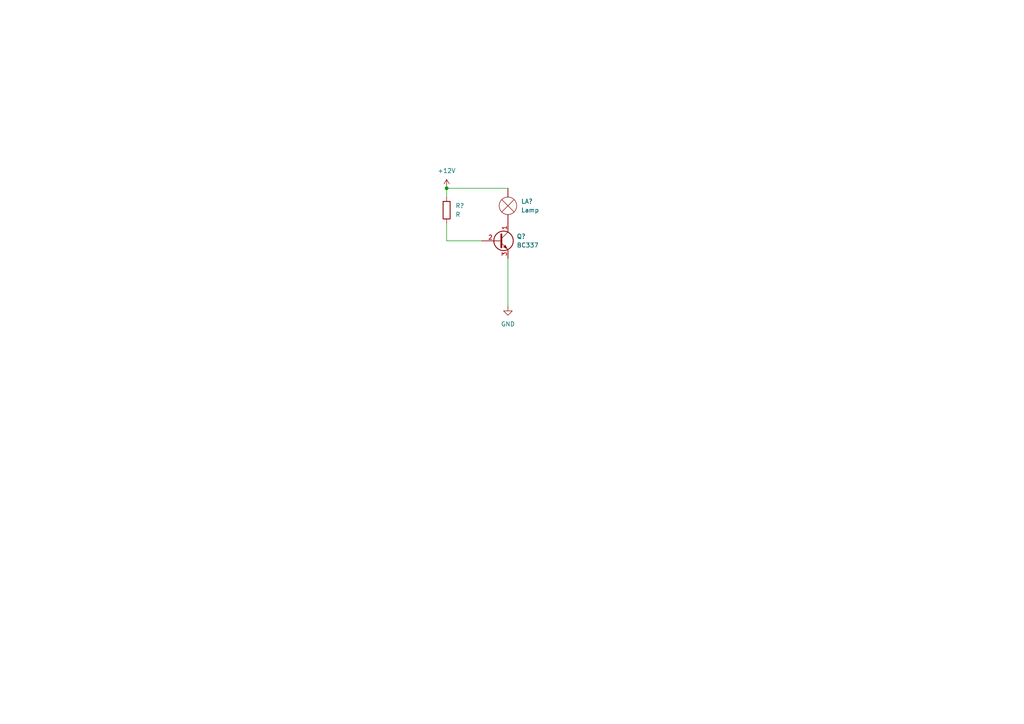
<source format=kicad_sch>
(kicad_sch (version 20231120) (generator "eeschema") (generator_version "8.0")
  (paper "A4")
  (lib_symbols
    (symbol "Device:Lamp" (pin_numbers hide) (pin_names (offset 0.0254) hide)
      (property "Reference" "LA" (at 0.635 3.81 0))
      (property "Value" "Lamp" (at 0.635 -3.81 0))
      (symbol "Lamp_0_1"
        (polyline (pts (xy -1.778 1.778) (xy 1.778 -1.778)))
        (polyline (pts (xy 1.778 1.778) (xy -1.778 -1.778)))
        (circle (center 0 0) (radius 2.54))
      )
      (symbol "Lamp_1_1"
        (pin passive line (at 0 -5.08 90) (length 2.54) (name "-") (number "1"))
        (pin passive line (at 0 5.08 270) (length 2.54) (name "+") (number "2"))
      )
    )
    (symbol "Device:R" (pin_numbers hide) (pin_names (offset 0))
      (property "Reference" "R" (at 2.032 0 90))
      (property "Value" "R" (at 0 0 90))
      (symbol "R_0_1"
        (rectangle (start -1.016 -2.54) (end 1.016 2.54) (stroke (width 0.254)))
      )
      (symbol "R_1_1"
        (pin passive line (at 0 3.81 270) (length 1.27) (name "~") (number "1"))
        (pin passive line (at 0 -3.81 90) (length 1.27) (name "~") (number "2"))
      )
    )
    (symbol "Transistor_BJT:BC337" (pin_names (offset 0) hide)
      (property "Reference" "Q" (at 5.08 1.905 0))
      (property "Value" "BC337" (at 5.08 0 0))
      (symbol "BC337_0_1"
        (polyline (pts (xy 0 0) (xy 0.635 0)))
        (polyline (pts (xy 0.635 0.635) (xy 2.54 2.54)))
        (polyline (pts (xy 0.635 -0.635) (xy 2.54 -2.54) (xy 2.54 -2.54)))
        (polyline (pts (xy 0.635 1.905) (xy 0.635 -1.905) (xy 0.635 -1.905)) (stroke (width 0.508)))
        (polyline (pts (xy 1.27 -1.778) (xy 1.778 -1.27) (xy 2.286 -2.286) (xy 1.27 -1.778) (xy 1.27 -1.778)) (fill (type outline)))
        (circle (center 1.27 0) (radius 2.8194) (stroke (width 0.254)))
      )
      (symbol "BC337_1_1"
        (pin passive line (at 2.54 5.08 270) (length 2.54) (name "C") (number "1"))
        (pin input line (at -5.08 0 0) (length 5.08) (name "B") (number "2"))
        (pin passive line (at 2.54 -5.08 90) (length 2.54) (name "E") (number "3"))
      )
    )
    (symbol "power:+12V" (power) (pin_numbers hide) (pin_names (offset 0) hide)
      (property "Value" "+12V" (at 0 3.556 0))
      (symbol "+12V_0_1"
        (polyline (pts (xy -0.762 1.27) (xy 0 2.54)))
        (polyline (pts (xy 0 0) (xy 0 2.54)))
        (polyline (pts (xy 0 2.54) (xy 0.762 1.27)))
      )
      (symbol "+12V_1_1"
        (pin power_in line (at 0 0 90) (length 0) (name "~") (number "1"))
      )
    )
    (symbol "power:GND" (power) (pin_numbers hide) (pin_names (offset 0) hide)
      (property "Value" "GND" (at 0 -3.81 0))
      (symbol "GND_0_1"
        (polyline (pts (xy 0 0) (xy 0 -1.27) (xy 1.27 -1.27) (xy 0 -2.54) (xy -1.27 -1.27) (xy 0 -1.27)))
      )
      (symbol "GND_1_1"
        (pin power_in line (at 0 0 270) (length 0) (name "~") (number "1"))
      )
    )
  )
  (junction (at 129.54 54.61))
  (wire (pts (xy 129.54 54.61) (xy 129.54 57.15)))
  (wire (pts (xy 129.54 64.77) (xy 129.54 69.85)))
  (wire (pts (xy 147.32 74.93) (xy 147.32 88.9)))
  (wire (pts (xy 129.54 54.61) (xy 147.32 54.61)))
  (wire (pts (xy 129.54 69.85) (xy 139.7 69.85)))
  (symbol (lib_id "Transistor_BJT:BC337") (at 144.78 69.85 0) (unit 1)
    (property "Reference" "Q?" (at 149.86 68.5799 0) (effects (justify left)))
    (property "Value" "BC337" (at 149.86 71.1199 0) (effects (justify left)))
    (property "Footprint" "Package_TO_SOT_THT:TO-92_Inline" (effects (hide yes)))
    (property "Datasheet" "https://diotec.com/tl_files/diotec/files/pdf/datasheets/bc337.pdf" (effects (hide yes)))
    (property "Description" "0.8A Ic, 45V Vce, NPN Transistor, TO-92" (effects (hide yes)))
  )
  (symbol (lib_id "power:+12V") (at 129.54 54.61 0) (unit 1)
    (property "Reference" "#PWR01" (effects (hide yes)))
    (property "Value" "+12V" (at 129.54 49.53 0))
    (property "Description" "Power symbol creates a global label with name \"+12V\"" (effects (hide yes)))
  )
  (symbol (lib_id "Device:Lamp") (at 147.32 59.69 0) (unit 1)
    (property "Reference" "LA?" (at 151.13 58.4199 0) (effects (justify left)))
    (property "Value" "Lamp" (at 151.13 60.9599 0) (effects (justify left)))
    (property "Description" "Lamp" (effects (hide yes)))
  )
  (symbol (lib_id "Device:R") (at 129.54 60.96 0) (unit 1)
    (property "Reference" "R?" (at 132.08 59.6899 0) (effects (justify left)))
    (property "Value" "R" (at 132.08 62.2299 0) (effects (justify left)))
    (property "Description" "Resistor" (effects (hide yes)))
  )
  (symbol (lib_id "power:GND") (at 147.32 88.9 0) (unit 1)
    (property "Reference" "#PWR02" (effects (hide yes)))
    (property "Value" "GND" (at 147.32 93.98 0))
    (property "Description" "Power symbol creates a global label with name \"GND\" , ground" (effects (hide yes)))
  )
)
</source>
